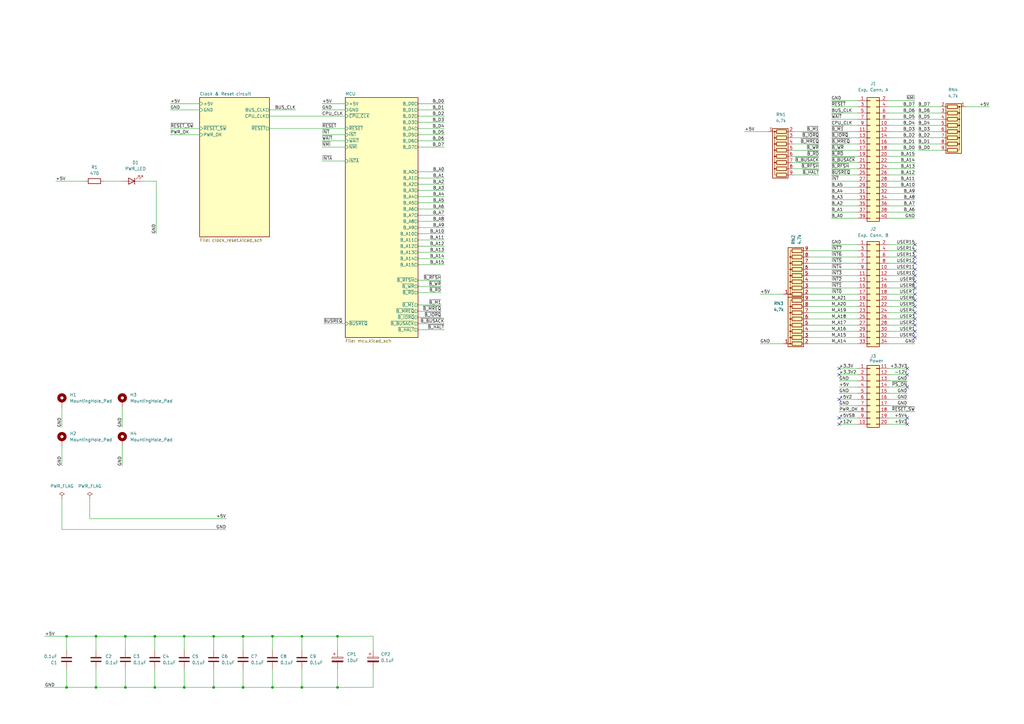
<source format=kicad_sch>
(kicad_sch (version 20230121) (generator eeschema)
  (paper "A3")
  (title_block (title "Even simpler Z80 board") (date "2023-09-05") (rev "1.2"))
  (lib_symbols
    (symbol "Connector_Generic:Conn_02x10_Top_Bottom" (pin_names (offset 1.016) hide)
      (property "Reference" "J" (at 1.27 12.7 0))
      (property "Value" "Conn_02x10_Top_Bottom" (at 1.27 -15.24 0))
      (symbol "Conn_02x10_Top_Bottom_1_1"
        (rectangle (start -1.27 -12.573) (end 0 -12.827) (stroke (width 0.1524)))
        (rectangle (start -1.27 -10.033) (end 0 -10.287) (stroke (width 0.1524)))
        (rectangle (start -1.27 -7.493) (end 0 -7.747) (stroke (width 0.1524)))
        (rectangle (start -1.27 -4.953) (end 0 -5.207) (stroke (width 0.1524)))
        (rectangle (start -1.27 -2.413) (end 0 -2.667) (stroke (width 0.1524)))
        (rectangle (start -1.27 0.127) (end 0 -0.127) (stroke (width 0.1524)))
        (rectangle (start -1.27 2.667) (end 0 2.413) (stroke (width 0.1524)))
        (rectangle (start -1.27 5.207) (end 0 4.953) (stroke (width 0.1524)))
        (rectangle (start -1.27 7.747) (end 0 7.493) (stroke (width 0.1524)))
        (rectangle (start -1.27 10.287) (end 0 10.033) (stroke (width 0.1524)))
        (rectangle (start -1.27 11.43) (end 3.81 -13.97) (stroke (width 0.254)) (fill (type background)))
        (rectangle (start 3.81 -12.573) (end 2.54 -12.827) (stroke (width 0.1524)))
        (rectangle (start 3.81 -10.033) (end 2.54 -10.287) (stroke (width 0.1524)))
        (rectangle (start 3.81 -7.493) (end 2.54 -7.747) (stroke (width 0.1524)))
        (rectangle (start 3.81 -4.953) (end 2.54 -5.207) (stroke (width 0.1524)))
        (rectangle (start 3.81 -2.413) (end 2.54 -2.667) (stroke (width 0.1524)))
        (rectangle (start 3.81 0.127) (end 2.54 -0.127) (stroke (width 0.1524)))
        (rectangle (start 3.81 2.667) (end 2.54 2.413) (stroke (width 0.1524)))
        (rectangle (start 3.81 5.207) (end 2.54 4.953) (stroke (width 0.1524)))
        (rectangle (start 3.81 7.747) (end 2.54 7.493) (stroke (width 0.1524)))
        (rectangle (start 3.81 10.287) (end 2.54 10.033) (stroke (width 0.1524)))
        (pin passive line (at -5.08 10.16 0) (length 3.81) (name "Pin_1") (number "1"))
        (pin passive line (at -5.08 -12.7 0) (length 3.81) (name "Pin_10") (number "10"))
        (pin passive line (at 7.62 10.16 180) (length 3.81) (name "Pin_11") (number "11"))
        (pin passive line (at 7.62 7.62 180) (length 3.81) (name "Pin_12") (number "12"))
        (pin passive line (at 7.62 5.08 180) (length 3.81) (name "Pin_13") (number "13"))
        (pin passive line (at 7.62 2.54 180) (length 3.81) (name "Pin_14") (number "14"))
        (pin passive line (at 7.62 0 180) (length 3.81) (name "Pin_15") (number "15"))
        (pin passive line (at 7.62 -2.54 180) (length 3.81) (name "Pin_16") (number "16"))
        (pin passive line (at 7.62 -5.08 180) (length 3.81) (name "Pin_17") (number "17"))
        (pin passive line (at 7.62 -7.62 180) (length 3.81) (name "Pin_18") (number "18"))
        (pin passive line (at 7.62 -10.16 180) (length 3.81) (name "Pin_19") (number "19"))
        (pin passive line (at -5.08 7.62 0) (length 3.81) (name "Pin_2") (number "2"))
        (pin passive line (at 7.62 -12.7 180) (length 3.81) (name "Pin_20") (number "20"))
        (pin passive line (at -5.08 5.08 0) (length 3.81) (name "Pin_3") (number "3"))
        (pin passive line (at -5.08 2.54 0) (length 3.81) (name "Pin_4") (number "4"))
        (pin passive line (at -5.08 0 0) (length 3.81) (name "Pin_5") (number "5"))
        (pin passive line (at -5.08 -2.54 0) (length 3.81) (name "Pin_6") (number "6"))
        (pin passive line (at -5.08 -5.08 0) (length 3.81) (name "Pin_7") (number "7"))
        (pin passive line (at -5.08 -7.62 0) (length 3.81) (name "Pin_8") (number "8"))
        (pin passive line (at -5.08 -10.16 0) (length 3.81) (name "Pin_9") (number "9"))
      )
    )
    (symbol "Connector_Generic:Conn_02x17_Odd_Even" (pin_names (offset 1.016) hide)
      (property "Reference" "J" (at 1.27 22.86 0))
      (property "Value" "Conn_02x17_Odd_Even" (at 1.27 -22.86 0))
      (symbol "Conn_02x17_Odd_Even_1_1"
        (rectangle (start -1.27 -20.193) (end 0 -20.447) (stroke (width 0.1524)))
        (rectangle (start -1.27 -17.653) (end 0 -17.907) (stroke (width 0.1524)))
        (rectangle (start -1.27 -15.113) (end 0 -15.367) (stroke (width 0.1524)))
        (rectangle (start -1.27 -12.573) (end 0 -12.827) (stroke (width 0.1524)))
        (rectangle (start -1.27 -10.033) (end 0 -10.287) (stroke (width 0.1524)))
        (rectangle (start -1.27 -7.493) (end 0 -7.747) (stroke (width 0.1524)))
        (rectangle (start -1.27 -4.953) (end 0 -5.207) (stroke (width 0.1524)))
        (rectangle (start -1.27 -2.413) (end 0 -2.667) (stroke (width 0.1524)))
        (rectangle (start -1.27 0.127) (end 0 -0.127) (stroke (width 0.1524)))
        (rectangle (start -1.27 2.667) (end 0 2.413) (stroke (width 0.1524)))
        (rectangle (start -1.27 5.207) (end 0 4.953) (stroke (width 0.1524)))
        (rectangle (start -1.27 7.747) (end 0 7.493) (stroke (width 0.1524)))
        (rectangle (start -1.27 10.287) (end 0 10.033) (stroke (width 0.1524)))
        (rectangle (start -1.27 12.827) (end 0 12.573) (stroke (width 0.1524)))
        (rectangle (start -1.27 15.367) (end 0 15.113) (stroke (width 0.1524)))
        (rectangle (start -1.27 17.907) (end 0 17.653) (stroke (width 0.1524)))
        (rectangle (start -1.27 20.447) (end 0 20.193) (stroke (width 0.1524)))
        (rectangle (start -1.27 21.59) (end 3.81 -21.59) (stroke (width 0.254)) (fill (type background)))
        (rectangle (start 3.81 -20.193) (end 2.54 -20.447) (stroke (width 0.1524)))
        (rectangle (start 3.81 -17.653) (end 2.54 -17.907) (stroke (width 0.1524)))
        (rectangle (start 3.81 -15.113) (end 2.54 -15.367) (stroke (width 0.1524)))
        (rectangle (start 3.81 -12.573) (end 2.54 -12.827) (stroke (width 0.1524)))
        (rectangle (start 3.81 -10.033) (end 2.54 -10.287) (stroke (width 0.1524)))
        (rectangle (start 3.81 -7.493) (end 2.54 -7.747) (stroke (width 0.1524)))
        (rectangle (start 3.81 -4.953) (end 2.54 -5.207) (stroke (width 0.1524)))
        (rectangle (start 3.81 -2.413) (end 2.54 -2.667) (stroke (width 0.1524)))
        (rectangle (start 3.81 0.127) (end 2.54 -0.127) (stroke (width 0.1524)))
        (rectangle (start 3.81 2.667) (end 2.54 2.413) (stroke (width 0.1524)))
        (rectangle (start 3.81 5.207) (end 2.54 4.953) (stroke (width 0.1524)))
        (rectangle (start 3.81 7.747) (end 2.54 7.493) (stroke (width 0.1524)))
        (rectangle (start 3.81 10.287) (end 2.54 10.033) (stroke (width 0.1524)))
        (rectangle (start 3.81 12.827) (end 2.54 12.573) (stroke (width 0.1524)))
        (rectangle (start 3.81 15.367) (end 2.54 15.113) (stroke (width 0.1524)))
        (rectangle (start 3.81 17.907) (end 2.54 17.653) (stroke (width 0.1524)))
        (rectangle (start 3.81 20.447) (end 2.54 20.193) (stroke (width 0.1524)))
        (pin passive line (at -5.08 20.32 0) (length 3.81) (name "Pin_1") (number "1"))
        (pin passive line (at 7.62 10.16 180) (length 3.81) (name "Pin_10") (number "10"))
        (pin passive line (at -5.08 7.62 0) (length 3.81) (name "Pin_11") (number "11"))
        (pin passive line (at 7.62 7.62 180) (length 3.81) (name "Pin_12") (number "12"))
        (pin passive line (at -5.08 5.08 0) (length 3.81) (name "Pin_13") (number "13"))
        (pin passive line (at 7.62 5.08 180) (length 3.81) (name "Pin_14") (number "14"))
        (pin passive line (at -5.08 2.54 0) (length 3.81) (name "Pin_15") (number "15"))
        (pin passive line (at 7.62 2.54 180) (length 3.81) (name "Pin_16") (number "16"))
        (pin passive line (at -5.08 0 0) (length 3.81) (name "Pin_17") (number "17"))
        (pin passive line (at 7.62 0 180) (length 3.81) (name "Pin_18") (number "18"))
        (pin passive line (at -5.08 -2.54 0) (length 3.81) (name "Pin_19") (number "19"))
        (pin passive line (at 7.62 20.32 180) (length 3.81) (name "Pin_2") (number "2"))
        (pin passive line (at 7.62 -2.54 180) (length 3.81) (name "Pin_20") (number "20"))
        (pin passive line (at -5.08 -5.08 0) (length 3.81) (name "Pin_21") (number "21"))
        (pin passive line (at 7.62 -5.08 180) (length 3.81) (name "Pin_22") (number "22"))
        (pin passive line (at -5.08 -7.62 0) (length 3.81) (name "Pin_23") (number "23"))
        (pin passive line (at 7.62 -7.62 180) (length 3.81) (name "Pin_24") (number "24"))
        (pin passive line (at -5.08 -10.16 0) (length 3.81) (name "Pin_25") (number "25"))
        (pin passive line (at 7.62 -10.16 180) (length 3.81) (name "Pin_26") (number "26"))
        (pin passive line (at -5.08 -12.7 0) (length 3.81) (name "Pin_27") (number "27"))
        (pin passive line (at 7.62 -12.7 180) (length 3.81) (name "Pin_28") (number "28"))
        (pin passive line (at -5.08 -15.24 0) (length 3.81) (name "Pin_29") (number "29"))
        (pin passive line (at -5.08 17.78 0) (length 3.81) (name "Pin_3") (number "3"))
        (pin passive line (at 7.62 -15.24 180) (length 3.81) (name "Pin_30") (number "30"))
        (pin passive line (at -5.08 -17.78 0) (length 3.81) (name "Pin_31") (number "31"))
        (pin passive line (at 7.62 -17.78 180) (length 3.81) (name "Pin_32") (number "32"))
        (pin passive line (at -5.08 -20.32 0) (length 3.81) (name "Pin_33") (number "33"))
        (pin passive line (at 7.62 -20.32 180) (length 3.81) (name "Pin_34") (number "34"))
        (pin passive line (at 7.62 17.78 180) (length 3.81) (name "Pin_4") (number "4"))
        (pin passive line (at -5.08 15.24 0) (length 3.81) (name "Pin_5") (number "5"))
        (pin passive line (at 7.62 15.24 180) (length 3.81) (name "Pin_6") (number "6"))
        (pin passive line (at -5.08 12.7 0) (length 3.81) (name "Pin_7") (number "7"))
        (pin passive line (at 7.62 12.7 180) (length 3.81) (name "Pin_8") (number "8"))
        (pin passive line (at -5.08 10.16 0) (length 3.81) (name "Pin_9") (number "9"))
      )
    )
    (symbol "Connector_Generic:Conn_02x20_Odd_Even" (pin_names (offset 1.016) hide)
      (property "Reference" "J" (at 1.27 25.4 0))
      (property "Value" "Conn_02x20_Odd_Even" (at 1.27 -27.94 0))
      (symbol "Conn_02x20_Odd_Even_1_1"
        (rectangle (start -1.27 -25.273) (end 0 -25.527) (stroke (width 0.1524)))
        (rectangle (start -1.27 -22.733) (end 0 -22.987) (stroke (width 0.1524)))
        (rectangle (start -1.27 -20.193) (end 0 -20.447) (stroke (width 0.1524)))
        (rectangle (start -1.27 -17.653) (end 0 -17.907) (stroke (width 0.1524)))
        (rectangle (start -1.27 -15.113) (end 0 -15.367) (stroke (width 0.1524)))
        (rectangle (start -1.27 -12.573) (end 0 -12.827) (stroke (width 0.1524)))
        (rectangle (start -1.27 -10.033) (end 0 -10.287) (stroke (width 0.1524)))
        (rectangle (start -1.27 -7.493) (end 0 -7.747) (stroke (width 0.1524)))
        (rectangle (start -1.27 -4.953) (end 0 -5.207) (stroke (width 0.1524)))
        (rectangle (start -1.27 -2.413) (end 0 -2.667) (stroke (width 0.1524)))
        (rectangle (start -1.27 0.127) (end 0 -0.127) (stroke (width 0.1524)))
        (rectangle (start -1.27 2.667) (end 0 2.413) (stroke (width 0.1524)))
        (rectangle (start -1.27 5.207) (end 0 4.953) (stroke (width 0.1524)))
        (rectangle (start -1.27 7.747) (end 0 7.493) (stroke (width 0.1524)))
        (rectangle (start -1.27 10.287) (end 0 10.033) (stroke (width 0.1524)))
        (rectangle (start -1.27 12.827) (end 0 12.573) (stroke (width 0.1524)))
        (rectangle (start -1.27 15.367) (end 0 15.113) (stroke (width 0.1524)))
        (rectangle (start -1.27 17.907) (end 0 17.653) (stroke (width 0.1524)))
        (rectangle (start -1.27 20.447) (end 0 20.193) (stroke (width 0.1524)))
        (rectangle (start -1.27 22.987) (end 0 22.733) (stroke (width 0.1524)))
        (rectangle (start -1.27 24.13) (end 3.81 -26.67) (stroke (width 0.254)) (fill (type background)))
        (rectangle (start 3.81 -25.273) (end 2.54 -25.527) (stroke (width 0.1524)))
        (rectangle (start 3.81 -22.733) (end 2.54 -22.987) (stroke (width 0.1524)))
        (rectangle (start 3.81 -20.193) (end 2.54 -20.447) (stroke (width 0.1524)))
        (rectangle (start 3.81 -17.653) (end 2.54 -17.907) (stroke (width 0.1524)))
        (rectangle (start 3.81 -15.113) (end 2.54 -15.367) (stroke (width 0.1524)))
        (rectangle (start 3.81 -12.573) (end 2.54 -12.827) (stroke (width 0.1524)))
        (rectangle (start 3.81 -10.033) (end 2.54 -10.287) (stroke (width 0.1524)))
        (rectangle (start 3.81 -7.493) (end 2.54 -7.747) (stroke (width 0.1524)))
        (rectangle (start 3.81 -4.953) (end 2.54 -5.207) (stroke (width 0.1524)))
        (rectangle (start 3.81 -2.413) (end 2.54 -2.667) (stroke (width 0.1524)))
        (rectangle (start 3.81 0.127) (end 2.54 -0.127) (stroke (width 0.1524)))
        (rectangle (start 3.81 2.667) (end 2.54 2.413) (stroke (width 0.1524)))
        (rectangle (start 3.81 5.207) (end 2.54 4.953) (stroke (width 0.1524)))
        (rectangle (start 3.81 7.747) (end 2.54 7.493) (stroke (width 0.1524)))
        (rectangle (start 3.81 10.287) (end 2.54 10.033) (stroke (width 0.1524)))
        (rectangle (start 3.81 12.827) (end 2.54 12.573) (stroke (width 0.1524)))
        (rectangle (start 3.81 15.367) (end 2.54 15.113) (stroke (width 0.1524)))
        (rectangle (start 3.81 17.907) (end 2.54 17.653) (stroke (width 0.1524)))
        (rectangle (start 3.81 20.447) (end 2.54 20.193) (stroke (width 0.1524)))
        (rectangle (start 3.81 22.987) (end 2.54 22.733) (stroke (width 0.1524)))
        (pin passive line (at -5.08 22.86 0) (length 3.81) (name "Pin_1") (number "1"))
        (pin passive line (at 7.62 12.7 180) (length 3.81) (name "Pin_10") (number "10"))
        (pin passive line (at -5.08 10.16 0) (length 3.81) (name "Pin_11") (number "11"))
        (pin passive line (at 7.62 10.16 180) (length 3.81) (name "Pin_12") (number "12"))
        (pin passive line (at -5.08 7.62 0) (length 3.81) (name "Pin_13") (number "13"))
        (pin passive line (at 7.62 7.62 180) (length 3.81) (name "Pin_14") (number "14"))
        (pin passive line (at -5.08 5.08 0) (length 3.81) (name "Pin_15") (number "15"))
        (pin passive line (at 7.62 5.08 180) (length 3.81) (name "Pin_16") (number "16"))
        (pin passive line (at -5.08 2.54 0) (length 3.81) (name "Pin_17") (number "17"))
        (pin passive line (at 7.62 2.54 180) (length 3.81) (name "Pin_18") (number "18"))
        (pin passive line (at -5.08 0 0) (length 3.81) (name "Pin_19") (number "19"))
        (pin passive line (at 7.62 22.86 180) (length 3.81) (name "Pin_2") (number "2"))
        (pin passive line (at 7.62 0 180) (length 3.81) (name "Pin_20") (number "20"))
        (pin passive line (at -5.08 -2.54 0) (length 3.81) (name "Pin_21") (number "21"))
        (pin passive line (at 7.62 -2.54 180) (length 3.81) (name "Pin_22") (number "22"))
        (pin passive line (at -5.08 -5.08 0) (length 3.81) (name "Pin_23") (number "23"))
        (pin passive line (at 7.62 -5.08 180) (length 3.81) (name "Pin_24") (number "24"))
        (pin passive line (at -5.08 -7.62 0) (length 3.81) (name "Pin_25") (number "25"))
        (pin passive line (at 7.62 -7.62 180) (length 3.81) (name "Pin_26") (number "26"))
        (pin passive line (at -5.08 -10.16 0) (length 3.81) (name "Pin_27") (number "27"))
        (pin passive line (at 7.62 -10.16 180) (length 3.81) (name "Pin_28") (number "28"))
        (pin passive line (at -5.08 -12.7 0) (length 3.81) (name "Pin_29") (number "29"))
        (pin passive line (at -5.08 20.32 0) (length 3.81) (name "Pin_3") (number "3"))
        (pin passive line (at 7.62 -12.7 180) (length 3.81) (name "Pin_30") (number "30"))
        (pin passive line (at -5.08 -15.24 0) (length 3.81) (name "Pin_31") (number "31"))
        (pin passive line (at 7.62 -15.24 180) (length 3.81) (name "Pin_32") (number "32"))
        (pin passive line (at -5.08 -17.78 0) (length 3.81) (name "Pin_33") (number "33"))
        (pin passive line (at 7.62 -17.78 180) (length 3.81) (name "Pin_34") (number "34"))
        (pin passive line (at -5.08 -20.32 0) (length 3.81) (name "Pin_35") (number "35"))
        (pin passive line (at 7.62 -20.32 180) (length 3.81) (name "Pin_36") (number "36"))
        (pin passive line (at -5.08 -22.86 0) (length 3.81) (name "Pin_37") (number "37"))
        (pin passive line (at 7.62 -22.86 180) (length 3.81) (name "Pin_38") (number "38"))
        (pin passive line (at -5.08 -25.4 0) (length 3.81) (name "Pin_39") (number "39"))
        (pin passive line (at 7.62 20.32 180) (length 3.81) (name "Pin_4") (number "4"))
        (pin passive line (at 7.62 -25.4 180) (length 3.81) (name "Pin_40") (number "40"))
        (pin passive line (at -5.08 17.78 0) (length 3.81) (name "Pin_5") (number "5"))
        (pin passive line (at 7.62 17.78 180) (length 3.81) (name "Pin_6") (number "6"))
        (pin passive line (at -5.08 15.24 0) (length 3.81) (name "Pin_7") (number "7"))
        (pin passive line (at 7.62 15.24 180) (length 3.81) (name "Pin_8") (number "8"))
        (pin passive line (at -5.08 12.7 0) (length 3.81) (name "Pin_9") (number "9"))
      )
    )
    (symbol "Device:C" (pin_numbers hide) (pin_names (offset 0.254))
      (property "Reference" "C" (at 0.635 2.54 0))
      (property "Value" "C" (at 0.635 -2.54 0))
      (symbol "C_0_1"
        (polyline (pts (xy -2.032 -0.762) (xy 2.032 -0.762)) (stroke (width 0.508)))
        (polyline (pts (xy -2.032 0.762) (xy 2.032 0.762)) (stroke (width 0.508)))
      )
      (symbol "C_1_1"
        (pin passive line (at 0 3.81 270) (length 2.794) (name "~") (number "1"))
        (pin passive line (at 0 -3.81 90) (length 2.794) (name "~") (number "2"))
      )
    )
    (symbol "Device:C_Polarized" (pin_numbers hide) (pin_names (offset 0.254))
      (property "Reference" "C" (at 0.635 2.54 0))
      (property "Value" "C_Polarized" (at 0.635 -2.54 0))
      (symbol "C_Polarized_0_1"
        (rectangle (start -2.286 0.508) (end 2.286 1.016))
        (polyline (pts (xy -1.778 2.286) (xy -0.762 2.286)))
        (polyline (pts (xy -1.27 2.794) (xy -1.27 1.778)))
        (rectangle (start 2.286 -0.508) (end -2.286 -1.016) (fill (type outline)))
      )
      (symbol "C_Polarized_1_1"
        (pin passive line (at 0 3.81 270) (length 2.794) (name "~") (number "1"))
        (pin passive line (at 0 -3.81 90) (length 2.794) (name "~") (number "2"))
      )
    )
    (symbol "Device:LED" (pin_numbers hide) (pin_names (offset 1.016) hide)
      (property "Reference" "D" (at 0 2.54 0))
      (property "Value" "LED" (at 0 -2.54 0))
      (symbol "LED_0_1"
        (polyline (pts (xy -1.27 -1.27) (xy -1.27 1.27)) (stroke (width 0.254)))
        (polyline (pts (xy -1.27 0) (xy 1.27 0)))
        (polyline (pts (xy 1.27 -1.27) (xy 1.27 1.27) (xy -1.27 0) (xy 1.27 -1.27)) (stroke (width 0.254)))
        (polyline (pts (xy -3.048 -0.762) (xy -4.572 -2.286) (xy -3.81 -2.286) (xy -4.572 -2.286) (xy -4.572 -1.524)))
        (polyline (pts (xy -1.778 -0.762) (xy -3.302 -2.286) (xy -2.54 -2.286) (xy -3.302 -2.286) (xy -3.302 -1.524)))
      )
      (symbol "LED_1_1"
        (pin passive line (at -3.81 0 0) (length 2.54) (name "K") (number "1"))
        (pin passive line (at 3.81 0 180) (length 2.54) (name "A") (number "2"))
      )
    )
    (symbol "Device:R" (pin_numbers hide) (pin_names (offset 0))
      (property "Reference" "R" (at 2.032 0 90))
      (property "Value" "R" (at 0 0 90))
      (symbol "R_0_1"
        (rectangle (start -1.016 -2.54) (end 1.016 2.54) (stroke (width 0.254)))
      )
      (symbol "R_1_1"
        (pin passive line (at 0 3.81 270) (length 1.27) (name "~") (number "1"))
        (pin passive line (at 0 -3.81 90) (length 1.27) (name "~") (number "2"))
      )
    )
    (symbol "Device:R_Network08" (pin_names (offset 0) hide)
      (property "Reference" "RN" (at -12.7 0 90))
      (property "Value" "R_Network08" (at 10.16 0 90))
      (symbol "R_Network08_0_1"
        (rectangle (start -11.43 -3.175) (end 8.89 3.175) (stroke (width 0.254)) (fill (type background)))
        (rectangle (start -10.922 1.524) (end -9.398 -2.54) (stroke (width 0.254)))
        (circle (center -10.16 2.286) (radius 0.254) (fill (type outline)))
        (rectangle (start -8.382 1.524) (end -6.858 -2.54) (stroke (width 0.254)))
        (circle (center -7.62 2.286) (radius 0.254) (fill (type outline)))
        (rectangle (start -5.842 1.524) (end -4.318 -2.54) (stroke (width 0.254)))
        (circle (center -5.08 2.286) (radius 0.254) (fill (type outline)))
        (rectangle (start -3.302 1.524) (end -1.778 -2.54) (stroke (width 0.254)))
        (circle (center -2.54 2.286) (radius 0.254) (fill (type outline)))
        (rectangle (start -0.762 1.524) (end 0.762 -2.54) (stroke (width 0.254)))
        (polyline (pts (xy -10.16 -2.54) (xy -10.16 -3.81)))
        (polyline (pts (xy -7.62 -2.54) (xy -7.62 -3.81)))
        (polyline (pts (xy -5.08 -2.54) (xy -5.08 -3.81)))
        (polyline (pts (xy -2.54 -2.54) (xy -2.54 -3.81)))
        (polyline (pts (xy 0 -2.54) (xy 0 -3.81)))
        (polyline (pts (xy 2.54 -2.54) (xy 2.54 -3.81)))
        (polyline (pts (xy 5.08 -2.54) (xy 5.08 -3.81)))
        (polyline (pts (xy 7.62 -2.54) (xy 7.62 -3.81)))
        (polyline (pts (xy -10.16 1.524) (xy -10.16 2.286) (xy -7.62 2.286) (xy -7.62 1.524)))
        (polyline (pts (xy -7.62 1.524) (xy -7.62 2.286) (xy -5.08 2.286) (xy -5.08 1.524)))
        (polyline (pts (xy -5.08 1.524) (xy -5.08 2.286) (xy -2.54 2.286) (xy -2.54 1.524)))
        (polyline (pts (xy -2.54 1.524) (xy -2.54 2.286) (xy 0 2.286) (xy 0 1.524)))
        (polyline (pts (xy 0 1.524) (xy 0 2.286) (xy 2.54 2.286) (xy 2.54 1.524)))
        (polyline (pts (xy 2.54 1.524) (xy 2.54 2.286) (xy 5.08 2.286) (xy 5.08 1.524)))
        (polyline (pts (xy 5.08 1.524) (xy 5.08 2.286) (xy 7.62 2.286) (xy 7.62 1.524)))
        (circle (center 0 2.286) (radius 0.254) (fill (type outline)))
        (rectangle (start 1.778 1.524) (end 3.302 -2.54) (stroke (width 0.254)))
        (circle (center 2.54 2.286) (radius 0.254) (fill (type outline)))
        (rectangle (start 4.318 1.524) (end 5.842 -2.54) (stroke (width 0.254)))
        (circle (center 5.08 2.286) (radius 0.254) (fill (type outline)))
        (rectangle (start 6.858 1.524) (end 8.382 -2.54) (stroke (width 0.254)))
      )
      (symbol "R_Network08_1_1"
        (pin passive line (at -10.16 5.08 270) (length 2.54) (name "common") (number "1"))
        (pin passive line (at -10.16 -5.08 90) (length 1.27) (name "R1") (number "2"))
        (pin passive line (at -7.62 -5.08 90) (length 1.27) (name "R2") (number "3"))
        (pin passive line (at -5.08 -5.08 90) (length 1.27) (name "R3") (number "4"))
        (pin passive line (at -2.54 -5.08 90) (length 1.27) (name "R4") (number "5"))
        (pin passive line (at 0 -5.08 90) (length 1.27) (name "R5") (number "6"))
        (pin passive line (at 2.54 -5.08 90) (length 1.27) (name "R6") (number "7"))
        (pin passive line (at 5.08 -5.08 90) (length 1.27) (name "R7") (number "8"))
        (pin passive line (at 7.62 -5.08 90) (length 1.27) (name "R8") (number "9"))
      )
    )
    (symbol "Mechanical:MountingHole_Pad" (pin_numbers hide) (pin_names (offset 1.016) hide)
      (property "Reference" "H" (at 0 6.35 0))
      (property "Value" "MountingHole_Pad" (at 0 4.445 0))
      (symbol "MountingHole_Pad_0_1"
        (circle (center 0 1.27) (radius 1.27) (stroke (width 1.27)))
      )
      (symbol "MountingHole_Pad_1_1"
        (pin input line (at 0 -2.54 90) (length 2.54) (name "1") (number "1"))
      )
    )
    (symbol "power:PWR_FLAG" (power) (pin_numbers hide) (pin_names (offset 0) hide)
      (property "Value" "PWR_FLAG" (at 0 3.81 0))
      (symbol "PWR_FLAG_0_0"
        (pin power_out line (at 0 0 90) (length 0) (name "pwr") (number "1"))
      )
      (symbol "PWR_FLAG_0_1"
        (polyline (pts (xy 0 0) (xy 0 1.27) (xy -1.016 1.905) (xy 0 2.54) (xy 1.016 1.905) (xy 0 1.27)))
      )
    )
  )
  (junction (at 87.63 260.985))
  (junction (at 75.565 260.985))
  (junction (at 51.435 281.94))
  (junction (at 99.695 260.985))
  (junction (at 87.63 281.94))
  (junction (at 51.435 260.985))
  (junction (at 111.76 260.985))
  (junction (at 99.695 281.94))
  (junction (at 75.565 281.94))
  (junction (at 123.825 281.94))
  (junction (at 63.5 281.94))
  (junction (at 111.76 281.94))
  (junction (at 39.37 260.985))
  (junction (at 123.825 260.985))
  (junction (at 27.305 260.985))
  (junction (at 27.305 281.94))
  (junction (at 138.43 281.94))
  (junction (at 39.37 281.94))
  (junction (at 63.5 260.985))
  (junction (at 138.43 260.985))
  (no_connect (at 344.17 151.13))
  (no_connect (at 344.17 171.45))
  (no_connect (at 375.285 133.35))
  (no_connect (at 375.285 115.57))
  (no_connect (at 375.285 128.27))
  (no_connect (at 375.285 135.89))
  (no_connect (at 375.285 123.19))
  (no_connect (at 375.285 110.49))
  (no_connect (at 375.285 107.95))
  (no_connect (at 344.17 153.67))
  (no_connect (at 375.285 113.03))
  (no_connect (at 372.11 158.75))
  (no_connect (at 375.285 102.87))
  (no_connect (at 375.285 120.65))
  (no_connect (at 372.11 153.67))
  (no_connect (at 375.285 138.43))
  (no_connect (at 375.285 118.11))
  (no_connect (at 344.17 173.99))
  (no_connect (at 375.285 105.41))
  (no_connect (at 344.17 163.83))
  (no_connect (at 375.285 130.81))
  (no_connect (at 372.11 171.45))
  (no_connect (at 375.285 100.33))
  (no_connect (at 372.11 151.13))
  (no_connect (at 372.11 173.99))
  (no_connect (at 375.285 125.73))
  (wire (pts (xy 375.285 56.515) (xy 364.49 56.515)))
  (wire (pts (xy 182.245 135.255) (xy 171.45 135.255)))
  (wire (pts (xy 364.49 123.19) (xy 375.285 123.19)))
  (wire (pts (xy 25.4 204.47) (xy 25.4 217.17)))
  (wire (pts (xy 42.545 74.295) (xy 50.165 74.295)))
  (wire (pts (xy 331.47 105.41) (xy 351.79 105.41)))
  (wire (pts (xy 405.765 43.815) (xy 396.24 43.815)))
  (wire (pts (xy 123.825 274.32) (xy 123.825 281.94)))
  (wire (pts (xy 331.47 107.95) (xy 351.79 107.95)))
  (wire (pts (xy 69.85 52.705) (xy 81.915 52.705)))
  (wire (pts (xy 340.995 56.515) (xy 351.79 56.515)))
  (wire (pts (xy 335.915 66.675) (xy 325.12 66.675)))
  (wire (pts (xy 372.11 151.13) (xy 364.49 151.13)))
  (wire (pts (xy 340.995 66.675) (xy 351.79 66.675)))
  (wire (pts (xy 364.49 110.49) (xy 375.285 110.49)))
  (wire (pts (xy 121.285 45.085) (xy 110.49 45.085)))
  (wire (pts (xy 321.31 140.97) (xy 311.785 140.97)))
  (wire (pts (xy 50.165 167.005) (xy 50.165 175.26)))
  (wire (pts (xy 182.245 106.045) (xy 171.45 106.045)))
  (wire (pts (xy 344.17 173.99) (xy 351.79 173.99)))
  (wire (pts (xy 372.11 171.45) (xy 364.49 171.45)))
  (wire (pts (xy 386.08 51.435) (xy 376.555 51.435)))
  (wire (pts (xy 182.245 132.715) (xy 171.45 132.715)))
  (wire (pts (xy 331.47 133.35) (xy 351.79 133.35)))
  (wire (pts (xy 331.47 120.65) (xy 351.79 120.65)))
  (wire (pts (xy 51.435 266.7) (xy 51.435 260.985)))
  (wire (pts (xy 182.245 90.805) (xy 171.45 90.805)))
  (wire (pts (xy 375.285 61.595) (xy 364.49 61.595)))
  (wire (pts (xy 138.43 260.985) (xy 138.43 266.7)))
  (wire (pts (xy 182.245 47.625) (xy 171.45 47.625)))
  (wire (pts (xy 182.245 98.425) (xy 171.45 98.425)))
  (wire (pts (xy 63.5 260.985) (xy 75.565 260.985)))
  (wire (pts (xy 364.49 125.73) (xy 375.285 125.73)))
  (wire (pts (xy 340.995 89.535) (xy 351.79 89.535)))
  (wire (pts (xy 375.285 140.97) (xy 364.49 140.97)))
  (wire (pts (xy 375.285 71.755) (xy 364.49 71.755)))
  (wire (pts (xy 335.915 59.055) (xy 325.12 59.055)))
  (wire (pts (xy 182.245 50.165) (xy 171.45 50.165)))
  (wire (pts (xy 39.37 260.985) (xy 51.435 260.985)))
  (wire (pts (xy 27.305 274.32) (xy 27.305 281.94)))
  (wire (pts (xy 180.975 127.635) (xy 171.45 127.635)))
  (wire (pts (xy 132.08 42.545) (xy 141.605 42.545)))
  (wire (pts (xy 375.285 76.835) (xy 364.49 76.835)))
  (wire (pts (xy 25.4 182.88) (xy 25.4 191.135)))
  (wire (pts (xy 364.49 120.65) (xy 375.285 120.65)))
  (wire (pts (xy 340.995 61.595) (xy 351.79 61.595)))
  (wire (pts (xy 138.43 281.94) (xy 138.43 274.32)))
  (wire (pts (xy 344.17 166.37) (xy 351.79 166.37)))
  (wire (pts (xy 375.285 81.915) (xy 364.49 81.915)))
  (wire (pts (xy 132.08 66.04) (xy 141.605 66.04)))
  (wire (pts (xy 372.11 166.37) (xy 364.49 166.37)))
  (wire (pts (xy 364.49 107.95) (xy 375.285 107.95)))
  (wire (pts (xy 344.17 158.75) (xy 351.79 158.75)))
  (wire (pts (xy 375.285 74.295) (xy 364.49 74.295)))
  (wire (pts (xy 182.245 103.505) (xy 171.45 103.505)))
  (wire (pts (xy 132.08 55.245) (xy 141.605 55.245)))
  (wire (pts (xy 340.995 74.295) (xy 351.79 74.295)))
  (wire (pts (xy 182.245 78.105) (xy 171.45 78.105)))
  (wire (pts (xy 335.915 53.975) (xy 325.12 53.975)))
  (wire (pts (xy 375.285 69.215) (xy 364.49 69.215)))
  (wire (pts (xy 375.285 135.89) (xy 364.49 135.89)))
  (wire (pts (xy 375.285 43.815) (xy 364.49 43.815)))
  (wire (pts (xy 340.995 64.135) (xy 351.79 64.135)))
  (wire (pts (xy 87.63 266.7) (xy 87.63 260.985)))
  (wire (pts (xy 99.695 266.7) (xy 99.695 260.985)))
  (wire (pts (xy 335.915 71.755) (xy 325.12 71.755)))
  (wire (pts (xy 111.76 281.94) (xy 123.825 281.94)))
  (wire (pts (xy 375.285 53.975) (xy 364.49 53.975)))
  (wire (pts (xy 375.285 66.675) (xy 364.49 66.675)))
  (wire (pts (xy 51.435 260.985) (xy 63.5 260.985)))
  (wire (pts (xy 372.11 156.21) (xy 364.49 156.21)))
  (wire (pts (xy 25.4 217.17) (xy 92.71 217.17)))
  (wire (pts (xy 36.83 212.725) (xy 92.71 212.725)))
  (wire (pts (xy 182.245 108.585) (xy 171.45 108.585)))
  (wire (pts (xy 372.11 153.67) (xy 364.49 153.67)))
  (wire (pts (xy 344.17 153.67) (xy 351.79 153.67)))
  (wire (pts (xy 340.995 48.895) (xy 351.79 48.895)))
  (wire (pts (xy 375.285 79.375) (xy 364.49 79.375)))
  (wire (pts (xy 364.49 102.87) (xy 375.285 102.87)))
  (wire (pts (xy 123.825 266.7) (xy 123.825 260.985)))
  (wire (pts (xy 180.975 120.015) (xy 171.45 120.015)))
  (wire (pts (xy 340.995 69.215) (xy 351.79 69.215)))
  (wire (pts (xy 340.995 79.375) (xy 351.79 79.375)))
  (wire (pts (xy 27.305 281.94) (xy 39.37 281.94)))
  (wire (pts (xy 25.4 167.005) (xy 25.4 175.26)))
  (wire (pts (xy 340.995 59.055) (xy 351.79 59.055)))
  (wire (pts (xy 331.47 113.03) (xy 351.79 113.03)))
  (wire (pts (xy 311.785 120.65) (xy 321.31 120.65)))
  (wire (pts (xy 331.47 102.87) (xy 351.79 102.87)))
  (wire (pts (xy 340.995 46.355) (xy 351.79 46.355)))
  (wire (pts (xy 111.76 260.985) (xy 123.825 260.985)))
  (wire (pts (xy 110.49 47.625) (xy 141.605 47.625)))
  (wire (pts (xy 182.245 95.885) (xy 171.45 95.885)))
  (wire (pts (xy 75.565 266.7) (xy 75.565 260.985)))
  (wire (pts (xy 182.245 85.725) (xy 171.45 85.725)))
  (wire (pts (xy 39.37 274.32) (xy 39.37 281.94)))
  (wire (pts (xy 18.415 281.94) (xy 27.305 281.94)))
  (wire (pts (xy 132.08 60.325) (xy 141.605 60.325)))
  (wire (pts (xy 180.975 114.935) (xy 171.45 114.935)))
  (wire (pts (xy 364.49 118.11) (xy 375.285 118.11)))
  (wire (pts (xy 344.17 163.83) (xy 351.79 163.83)))
  (wire (pts (xy 340.995 51.435) (xy 351.79 51.435)))
  (wire (pts (xy 39.37 266.7) (xy 39.37 260.985)))
  (wire (pts (xy 375.285 86.995) (xy 364.49 86.995)))
  (wire (pts (xy 331.47 123.19) (xy 351.79 123.19)))
  (wire (pts (xy 364.49 161.29) (xy 372.11 161.29)))
  (wire (pts (xy 75.565 260.985) (xy 87.63 260.985)))
  (wire (pts (xy 153.035 260.985) (xy 153.035 266.7)))
  (wire (pts (xy 99.695 274.32) (xy 99.695 281.94)))
  (wire (pts (xy 364.49 128.27) (xy 375.285 128.27)))
  (wire (pts (xy 39.37 281.94) (xy 51.435 281.94)))
  (wire (pts (xy 386.08 48.895) (xy 376.555 48.895)))
  (wire (pts (xy 340.995 71.755) (xy 351.79 71.755)))
  (wire (pts (xy 180.975 117.475) (xy 171.45 117.475)))
  (wire (pts (xy 182.245 80.645) (xy 171.45 80.645)))
  (wire (pts (xy 180.975 130.175) (xy 171.45 130.175)))
  (wire (pts (xy 335.915 61.595) (xy 325.12 61.595)))
  (wire (pts (xy 386.08 53.975) (xy 376.555 53.975)))
  (wire (pts (xy 344.17 151.13) (xy 351.79 151.13)))
  (wire (pts (xy 375.285 84.455) (xy 364.49 84.455)))
  (wire (pts (xy 386.08 61.595) (xy 376.555 61.595)))
  (wire (pts (xy 372.11 163.83) (xy 364.49 163.83)))
  (wire (pts (xy 340.995 76.835) (xy 351.79 76.835)))
  (wire (pts (xy 51.435 281.94) (xy 63.5 281.94)))
  (wire (pts (xy 18.415 260.985) (xy 27.305 260.985)))
  (wire (pts (xy 375.285 133.35) (xy 364.49 133.35)))
  (wire (pts (xy 331.47 125.73) (xy 351.79 125.73)))
  (wire (pts (xy 182.245 70.485) (xy 171.45 70.485)))
  (wire (pts (xy 171.45 42.545) (xy 182.245 42.545)))
  (wire (pts (xy 344.17 168.91) (xy 351.79 168.91)))
  (wire (pts (xy 372.11 173.99) (xy 364.49 173.99)))
  (wire (pts (xy 344.17 171.45) (xy 351.79 171.45)))
  (wire (pts (xy 182.245 75.565) (xy 171.45 75.565)))
  (wire (pts (xy 340.995 84.455) (xy 351.79 84.455)))
  (wire (pts (xy 51.435 274.32) (xy 51.435 281.94)))
  (wire (pts (xy 81.915 55.245) (xy 69.85 55.245)))
  (wire (pts (xy 182.245 45.085) (xy 171.45 45.085)))
  (wire (pts (xy 386.08 59.055) (xy 376.555 59.055)))
  (wire (pts (xy 111.76 266.7) (xy 111.76 260.985)))
  (wire (pts (xy 340.995 100.33) (xy 351.79 100.33)))
  (wire (pts (xy 386.08 46.355) (xy 376.555 46.355)))
  (wire (pts (xy 335.915 64.135) (xy 325.12 64.135)))
  (wire (pts (xy 22.86 74.295) (xy 34.925 74.295)))
  (wire (pts (xy 64.135 74.295) (xy 64.135 95.885)))
  (wire (pts (xy 331.47 130.81) (xy 351.79 130.81)))
  (wire (pts (xy 375.285 51.435) (xy 364.49 51.435)))
  (wire (pts (xy 335.915 69.215) (xy 325.12 69.215)))
  (wire (pts (xy 375.285 89.535) (xy 364.49 89.535)))
  (wire (pts (xy 182.245 60.325) (xy 171.45 60.325)))
  (wire (pts (xy 331.47 115.57) (xy 351.79 115.57)))
  (wire (pts (xy 331.47 128.27) (xy 351.79 128.27)))
  (wire (pts (xy 372.11 158.75) (xy 364.49 158.75)))
  (wire (pts (xy 138.43 260.985) (xy 153.035 260.985)))
  (wire (pts (xy 182.245 83.185) (xy 171.45 83.185)))
  (wire (pts (xy 180.975 125.095) (xy 171.45 125.095)))
  (wire (pts (xy 50.165 182.88) (xy 50.165 191.135)))
  (wire (pts (xy 386.08 43.815) (xy 376.555 43.815)))
  (wire (pts (xy 335.915 56.515) (xy 325.12 56.515)))
  (wire (pts (xy 64.135 74.295) (xy 57.785 74.295)))
  (wire (pts (xy 99.695 281.94) (xy 111.76 281.94)))
  (wire (pts (xy 340.995 86.995) (xy 351.79 86.995)))
  (wire (pts (xy 375.285 64.135) (xy 364.49 64.135)))
  (wire (pts (xy 63.5 266.7) (xy 63.5 260.985)))
  (wire (pts (xy 141.605 132.715) (xy 132.715 132.715)))
  (wire (pts (xy 27.305 260.985) (xy 39.37 260.985)))
  (wire (pts (xy 123.825 281.94) (xy 138.43 281.94)))
  (wire (pts (xy 386.08 56.515) (xy 376.555 56.515)))
  (wire (pts (xy 340.995 41.275) (xy 351.79 41.275)))
  (wire (pts (xy 375.285 41.275) (xy 364.49 41.275)))
  (wire (pts (xy 364.49 113.03) (xy 375.285 113.03)))
  (wire (pts (xy 63.5 281.94) (xy 75.565 281.94)))
  (wire (pts (xy 182.245 57.785) (xy 171.45 57.785)))
  (wire (pts (xy 182.245 55.245) (xy 171.45 55.245)))
  (wire (pts (xy 69.85 42.545) (xy 81.915 42.545)))
  (wire (pts (xy 375.285 130.81) (xy 364.49 130.81)))
  (wire (pts (xy 141.605 45.085) (xy 132.08 45.085)))
  (wire (pts (xy 375.285 48.895) (xy 364.49 48.895)))
  (wire (pts (xy 375.285 138.43) (xy 364.49 138.43)))
  (wire (pts (xy 331.47 135.89) (xy 351.79 135.89)))
  (wire (pts (xy 331.47 110.49) (xy 351.79 110.49)))
  (wire (pts (xy 182.245 100.965) (xy 171.45 100.965)))
  (wire (pts (xy 375.285 168.91) (xy 364.49 168.91)))
  (wire (pts (xy 331.47 140.97) (xy 351.79 140.97)))
  (wire (pts (xy 340.995 43.815) (xy 351.79 43.815)))
  (wire (pts (xy 110.49 52.705) (xy 141.605 52.705)))
  (wire (pts (xy 344.17 156.21) (xy 351.79 156.21)))
  (wire (pts (xy 87.63 281.94) (xy 99.695 281.94)))
  (wire (pts (xy 153.035 281.94) (xy 153.035 274.32)))
  (wire (pts (xy 87.63 260.985) (xy 99.695 260.985)))
  (wire (pts (xy 111.76 274.32) (xy 111.76 281.94)))
  (wire (pts (xy 99.695 260.985) (xy 111.76 260.985)))
  (wire (pts (xy 87.63 274.32) (xy 87.63 281.94)))
  (wire (pts (xy 182.245 88.265) (xy 171.45 88.265)))
  (wire (pts (xy 138.43 281.94) (xy 153.035 281.94)))
  (wire (pts (xy 123.825 260.985) (xy 138.43 260.985)))
  (wire (pts (xy 132.08 57.785) (xy 141.605 57.785)))
  (wire (pts (xy 364.49 100.33) (xy 375.285 100.33)))
  (wire (pts (xy 364.49 105.41) (xy 375.285 105.41)))
  (wire (pts (xy 331.47 118.11) (xy 351.79 118.11)))
  (wire (pts (xy 331.47 138.43) (xy 351.79 138.43)))
  (wire (pts (xy 305.435 53.975) (xy 314.96 53.975)))
  (wire (pts (xy 344.17 161.29) (xy 351.79 161.29)))
  (wire (pts (xy 364.49 115.57) (xy 375.285 115.57)))
  (wire (pts (xy 75.565 281.94) (xy 87.63 281.94)))
  (wire (pts (xy 27.305 266.7) (xy 27.305 260.985)))
  (wire (pts (xy 182.245 73.025) (xy 171.45 73.025)))
  (wire (pts (xy 375.285 46.355) (xy 364.49 46.355)))
  (wire (pts (xy 63.5 274.32) (xy 63.5 281.94)))
  (wire (pts (xy 182.245 93.345) (xy 171.45 93.345)))
  (wire (pts (xy 375.285 59.055) (xy 364.49 59.055)))
  (wire (pts (xy 182.245 52.705) (xy 171.45 52.705)))
  (wire (pts (xy 340.995 81.915) (xy 351.79 81.915)))
  (wire (pts (xy 36.83 204.47) (xy 36.83 212.725)))
  (wire (pts (xy 81.915 45.085) (xy 69.85 45.085)))
  (wire (pts (xy 75.565 274.32) (xy 75.565 281.94)))
  (wire (pts (xy 340.995 53.975) (xy 351.79 53.975)))
  (label "GND" (at 50.165 175.26 90))
  (label "CPU_CLK" (at 132.08 47.625 0))
  (label "USER4" (at 375.285 128.27 180))
  (label "M_A19" (at 340.995 128.27 0))
  (label "~{RESET}" (at 340.995 43.815 0))
  (label "B_D4" (at 376.555 51.435 0))
  (label "GND" (at 25.4 191.135 90))
  (label "USER9" (at 375.285 115.57 180))
  (label "B_D0" (at 182.245 42.545 180))
  (label "GND" (at 372.11 163.83 180))
  (label "~{INT}" (at 340.995 74.295 0))
  (label "B_A3" (at 182.245 78.105 180))
  (label "B_A1" (at 340.995 86.995 0))
  (label "GND" (at 50.165 191.135 90))
  (label "B_A9" (at 375.285 79.375 180))
  (label "B_D2" (at 182.245 47.625 180))
  (label "B_D4" (at 375.285 51.435 180))
  (label "B_A7" (at 182.245 88.265 180))
  (label "GND" (at 340.995 41.275 0))
  (label "B_A8" (at 182.245 90.805 180))
  (label "M_A14" (at 340.995 140.97 0))
  (label "B_A8" (at 375.285 81.915 180))
  (label "~{B_HALT}" (at 182.245 135.255 180))
  (label "+5V2" (at 344.17 163.83 0))
  (label "~{PS_ON}" (at 372.11 158.75 180))
  (label "B_A5" (at 340.995 76.835 0))
  (label "B_D6" (at 376.555 46.355 0))
  (label "B_A4" (at 340.995 79.375 0))
  (label "~{INT1}" (at 340.995 118.11 0))
  (label "~{RESET_SW}" (at 69.85 52.705 0))
  (label "BUS_CLK" (at 340.995 46.355 0))
  (label "~{INT0}" (at 340.995 120.65 0))
  (label "~{B_MREQ}" (at 180.975 127.635 180))
  (label "~{RESET}" (at 132.08 52.705 0))
  (label "~{B_M1}" (at 340.995 53.975 0))
  (label "GND" (at 340.995 100.33 0))
  (label "B_A6" (at 375.285 86.995 180))
  (label "USER10" (at 375.285 113.03 180))
  (label "B_A3" (at 340.995 81.915 0))
  (label "B_A14" (at 182.245 106.045 180))
  (label "B_D5" (at 375.285 48.895 180))
  (label "B_D3" (at 375.285 53.975 180))
  (label "+5V" (at 92.71 212.725 180))
  (label "~{B_IORQ}" (at 335.915 56.515 180))
  (label "~{B_RFSH}" (at 340.995 69.215 0))
  (label "USER13" (at 375.285 105.41 180))
  (label "USER2" (at 375.285 133.35 180))
  (label "USER5" (at 375.285 125.73 180))
  (label "B_D6" (at 182.245 57.785 180))
  (label "B_A7" (at 375.285 84.455 180))
  (label "+5V" (at 132.08 42.545 0))
  (label "B_A6" (at 182.245 85.725 180))
  (label "~{B_BUSACK}" (at 182.245 132.715 180))
  (label "CPU_CLK" (at 340.995 51.435 0))
  (label "B_D7" (at 182.245 60.325 180))
  (label "GND" (at 344.17 156.21 0))
  (label "GND" (at 25.4 175.26 90))
  (label "B_D6" (at 375.285 46.355 180))
  (label "B_D5" (at 182.245 55.245 180))
  (label "USER14" (at 375.285 102.87 180))
  (label "~{B_RD}" (at 335.915 64.135 180))
  (label "GND" (at 92.71 217.17 180))
  (label "B_A0" (at 182.245 70.485 180))
  (label "USER8" (at 375.285 118.11 180))
  (label "~{NMI}" (at 375.285 41.275 180))
  (label "PWR_OK" (at 344.17 168.91 0))
  (label "~{WAIT}" (at 340.995 48.895 0))
  (label "B_A11" (at 375.285 74.295 180))
  (label "+5V3" (at 372.11 173.99 180))
  (label "B_D7" (at 375.285 43.815 180))
  (label "B_D3" (at 182.245 50.165 180))
  (label "~{B_RD}" (at 180.975 120.015 180))
  (label "+5V" (at 311.785 120.65 0))
  (label "~{B_IORQ}" (at 180.975 130.175 180))
  (label "B_D7" (at 376.555 43.815 0))
  (label "B_D3" (at 376.555 53.975 0))
  (label "B_A13" (at 375.285 69.215 180))
  (label "USER3" (at 375.285 130.81 180))
  (label "-12V" (at 372.11 153.67 180))
  (label "B_A4" (at 182.245 80.645 180))
  (label "BUS_CLK" (at 121.285 45.085 180))
  (label "PWR_OK" (at 69.85 55.245 0))
  (label "M_A21" (at 340.995 123.19 0))
  (label "~{B_BUSACK}" (at 340.995 66.675 0))
  (label "~{B_HALT}" (at 335.915 71.755 180))
  (label "B_A10" (at 375.285 76.835 180))
  (label "M_A17" (at 340.995 133.35 0))
  (label "~{B_MREQ}" (at 340.995 59.055 0))
  (label "+5V" (at 405.765 43.815 180))
  (label "USER11" (at 375.285 110.49 180))
  (label "GND" (at 18.415 281.94 0))
  (label "+3.3V" (at 344.17 151.13 0))
  (label "B_A9" (at 182.245 93.345 180))
  (label "USER0" (at 375.285 138.43 180))
  (label "~{INT5}" (at 340.995 107.95 0))
  (label "~{BUSREQ}" (at 132.715 132.715 0))
  (label "GND" (at 311.785 140.97 0))
  (label "~{RESET_SW}" (at 375.285 168.91 180))
  (label "~{B_MREQ}" (at 335.915 59.055 180))
  (label "B_D0" (at 375.285 61.595 180))
  (label "B_A2" (at 182.245 75.565 180))
  (label "+3.3V3" (at 372.11 151.13 180))
  (label "+5VSB" (at 344.17 171.45 0))
  (label "USER7" (at 375.285 120.65 180))
  (label "~{INTA}" (at 132.08 66.04 0))
  (label "+3.3V2" (at 344.17 153.67 0))
  (label "GND" (at 132.08 45.085 0))
  (label "~{B_M1}" (at 180.975 125.095 180))
  (label "GND" (at 372.11 156.21 180))
  (label "B_A5" (at 182.245 83.185 180))
  (label "GND" (at 344.17 166.37 0))
  (label "USER1" (at 375.285 135.89 180))
  (label "B_A13" (at 182.245 103.505 180))
  (label "~{B_M1}" (at 335.915 53.975 180))
  (label "~{B_RFSH}" (at 335.915 69.215 180))
  (label "B_A15" (at 182.245 108.585 180))
  (label "~{B_WR}" (at 340.995 61.595 0))
  (label "GND" (at 375.285 89.535 180))
  (label "B_D2" (at 375.285 56.515 180))
  (label "~{INT6}" (at 340.995 105.41 0))
  (label "~{INT2}" (at 340.995 115.57 0))
  (label "GND" (at 64.135 95.885 90))
  (label "~{NMI}" (at 132.08 60.325 0))
  (label "M_A15" (at 340.995 138.43 0))
  (label "B_A2" (at 340.995 84.455 0))
  (label "~{B_WR}" (at 180.975 117.475 180))
  (label "USER15" (at 375.285 100.33 180))
  (label "B_A0" (at 340.995 89.535 0))
  (label "B_A12" (at 375.285 71.755 180))
  (label "B_A11" (at 182.245 98.425 180))
  (label "B_D1" (at 182.245 45.085 180))
  (label "B_D2" (at 376.555 56.515 0))
  (label "+5V4" (at 372.11 171.45 180))
  (label "+5V" (at 344.17 158.75 0))
  (label "B_A1" (at 182.245 73.025 180))
  (label "+5V" (at 69.85 42.545 0))
  (label "GND" (at 372.11 166.37 180))
  (label "~{B_IORQ}" (at 340.995 56.515 0))
  (label "M_A18" (at 340.995 130.81 0))
  (label "USER6" (at 375.285 123.19 180))
  (label "~{B_RFSH}" (at 180.975 114.935 180))
  (label "B_A14" (at 375.285 66.675 180))
  (label "USER12" (at 375.285 107.95 180))
  (label "M_A20" (at 340.995 125.73 0))
  (label "M_A16" (at 340.995 135.89 0))
  (label "~{INT}" (at 132.08 55.245 0))
  (label "B_D0" (at 376.555 61.595 0))
  (label "+12V" (at 344.17 173.99 0))
  (label "~{B_RD}" (at 340.995 64.135 0))
  (label "~{WAIT}" (at 132.08 57.785 0))
  (label "B_D4" (at 182.245 52.705 180))
  (label "GND" (at 69.85 45.085 0))
  (label "+5V" (at 18.415 260.985 0))
  (label "~{BUSREQ}" (at 340.995 71.755 0))
  (label "GND" (at 372.11 161.29 180))
  (label "~{INT4}" (at 340.995 110.49 0))
  (label "~{INT7}" (at 340.995 102.87 0))
  (label "B_A10" (at 182.245 95.885 180))
  (label "+5V" (at 22.86 74.295 0))
  (label "+5V" (at 305.435 53.975 0))
  (label "GND" (at 375.285 140.97 180))
  (label "~{B_BUSACK}" (at 335.915 66.675 180))
  (label "B_D1" (at 375.285 59.055 180))
  (label "B_A12" (at 182.245 100.965 180))
  (label "B_D5" (at 376.555 48.895 0))
  (label "B_A15" (at 375.285 64.135 180))
  (label "GND" (at 344.17 161.29 0))
  (label "B_D1" (at 376.555 59.055 0))
  (label "~{INT3}" (at 340.995 113.03 0))
  (label "~{B_WR}" (at 335.915 61.595 180))
  (symbol (lib_id "power:PWR_FLAG") (at 36.83 204.47 0) (unit 1)
    (property "Reference" "#FLG02" (effects hide))
    (property "Value" "PWR_FLAG" (at 36.83 199.39 0))
  )
  (symbol (lib_id "Device:R_Network08") (at 326.39 110.49 90) (unit 1)
    (property "Reference" "RN2" (at 325.374 100.33 0) (effects (justify left)))
    (property "Value" "4.7k" (at 327.914 100.33 0) (effects (justify left)))
    (property "Footprint" "Resistor_THT:R_Array_SIP9" (effects hide))
    (property "Datasheet" "http://www.vishay.com/docs/31509/csc.pdf" (effects hide))
  )
  (symbol (lib_id "Mechanical:MountingHole_Pad") (at 50.165 180.34 0) (unit 1)
    (property "Reference" "H4" (at 53.34 177.7999 0) (effects (justify left)))
    (property "Value" "MountingHole_Pad" (at 53.34 180.3399 0) (effects (justify left)))
    (property "Footprint" "MountingHole:MountingHole_3.2mm_M3_ISO7380_Pad" (effects hide))
  )
  (symbol (lib_id "Device:C") (at 111.76 270.51 0) (unit 1)
    (property "Reference" "C8" (at 114.935 269.24 0) (effects (justify left)))
    (property "Value" "0.1uF" (at 114.935 271.78 0) (effects (justify left)))
    (property "Footprint" "Capacitor_THT:C_Disc_D5.0mm_W2.5mm_P2.50mm" (effects hide))
  )
  (symbol (lib_id "Device:C") (at 39.37 270.51 0) (unit 1)
    (property "Reference" "C2" (at 43.18 269.24 0) (effects (justify left)))
    (property "Value" "0.1uF" (at 43.18 271.78 0) (effects (justify left)))
    (property "Footprint" "Capacitor_THT:C_Disc_D5.0mm_W2.5mm_P2.50mm" (effects hide))
  )
  (symbol (lib_id "Mechanical:MountingHole_Pad") (at 25.4 164.465 0) (unit 1)
    (property "Reference" "H1" (at 28.575 161.9249 0) (effects (justify left)))
    (property "Value" "MountingHole_Pad" (at 28.575 164.4649 0) (effects (justify left)))
    (property "Footprint" "MountingHole:MountingHole_3.2mm_M3_ISO7380_Pad" (effects hide))
  )
  (symbol (lib_id "Device:R_Network08") (at 320.04 64.135 90) (mirror x) (unit 1)
    (property "Reference" "RN1" (at 320.294 46.99 90))
    (property "Value" "4.7k" (at 320.294 49.53 90))
    (property "Footprint" "Resistor_THT:R_Array_SIP9" (effects hide))
    (property "Datasheet" "http://www.vishay.com/docs/31509/csc.pdf" (effects hide))
  )
  (symbol (lib_id "Device:R_Network08") (at 391.16 53.975 270) (unit 1)
    (property "Reference" "RN4" (at 390.906 36.83 90))
    (property "Value" "4.7k" (at 390.906 39.37 90))
    (property "Footprint" "Resistor_THT:R_Array_SIP9" (effects hide))
    (property "Datasheet" "http://www.vishay.com/docs/31509/csc.pdf" (effects hide))
  )
  (symbol (lib_id "Device:LED") (at 53.975 74.295 180) (unit 1)
    (property "Reference" "D1" (at 55.5625 66.675 0))
    (property "Value" "PWR_LED" (at 55.5625 69.215 0))
    (property "Footprint" "LED_THT:LED_D3.0mm" (effects hide))
  )
  (symbol (lib_id "Mechanical:MountingHole_Pad") (at 50.165 164.465 0) (unit 1)
    (property "Reference" "H3" (at 53.34 161.9249 0) (effects (justify left)))
    (property "Value" "MountingHole_Pad" (at 53.34 164.4649 0) (effects (justify left)))
    (property "Footprint" "MountingHole:MountingHole_3.2mm_M3_ISO7380_Pad" (effects hide))
  )
  (symbol (lib_id "Connector_Generic:Conn_02x10_Top_Bottom") (at 356.87 161.29 0) (unit 1)
    (property "Reference" "J3" (at 358.14 146.05 0))
    (property "Value" "Power" (at 359.41 147.955 0))
    (property "Footprint" "Connector_IDC:IDC-Header_2x10_P2.54mm_Horizontal" (effects hide))
  )
  (symbol (lib_id "Device:C") (at 51.435 270.51 0) (unit 1)
    (property "Reference" "C3" (at 54.61 269.24 0) (effects (justify left)))
    (property "Value" "0.1uF" (at 54.61 271.78 0) (effects (justify left)))
    (property "Footprint" "Capacitor_THT:C_Disc_D5.0mm_W2.5mm_P2.50mm" (effects hide))
  )
  (symbol (lib_id "Device:C") (at 123.825 270.51 0) (unit 1)
    (property "Reference" "C9" (at 127 269.24 0) (effects (justify left)))
    (property "Value" "0.1uF" (at 127 271.78 0) (effects (justify left)))
    (property "Footprint" "Capacitor_THT:C_Disc_D5.0mm_W2.5mm_P2.50mm" (effects hide))
  )
  (symbol (lib_id "Device:R_Network08") (at 326.39 130.81 90) (unit 1)
    (property "Reference" "RN3" (at 319.405 124.46 90))
    (property "Value" "4.7k" (at 319.405 127 90))
    (property "Footprint" "Resistor_THT:R_Array_SIP9" (effects hide))
    (property "Datasheet" "http://www.vishay.com/docs/31509/csc.pdf" (effects hide))
  )
  (symbol (lib_id "Device:R") (at 38.735 74.295 90) (unit 1)
    (property "Reference" "R1" (at 38.735 68.58 90))
    (property "Value" "470" (at 38.735 71.12 90))
    (property "Footprint" "Resistor_THT:R_Axial_DIN0204_L3.6mm_D1.6mm_P7.62mm_Horizontal" (effects hide))
  )
  (symbol (lib_id "Device:C") (at 63.5 270.51 0) (unit 1)
    (property "Reference" "C4" (at 66.675 269.24 0) (effects (justify left)))
    (property "Value" "0.1uF" (at 66.675 271.78 0) (effects (justify left)))
    (property "Footprint" "Capacitor_THT:C_Disc_D5.0mm_W2.5mm_P2.50mm" (effects hide))
  )
  (symbol (lib_id "Device:C") (at 99.695 270.51 0) (unit 1)
    (property "Reference" "C7" (at 102.87 269.24 0) (effects (justify left)))
    (property "Value" "0.1uF" (at 102.87 271.78 0) (effects (justify left)))
    (property "Footprint" "Capacitor_THT:C_Disc_D5.0mm_W2.5mm_P2.50mm" (effects hide))
  )
  (symbol (lib_id "Device:C") (at 75.565 270.51 0) (unit 1)
    (property "Reference" "C5" (at 78.74 269.24 0) (effects (justify left)))
    (property "Value" "0.1uF" (at 78.74 271.78 0) (effects (justify left)))
    (property "Footprint" "Capacitor_THT:C_Disc_D5.0mm_W2.5mm_P2.50mm" (effects hide))
  )
  (symbol (lib_id "Mechanical:MountingHole_Pad") (at 25.4 180.34 0) (unit 1)
    (property "Reference" "H2" (at 28.575 177.7999 0) (effects (justify left)))
    (property "Value" "MountingHole_Pad" (at 28.575 180.3399 0) (effects (justify left)))
    (property "Footprint" "MountingHole:MountingHole_3.2mm_M3_ISO7380_Pad" (effects hide))
  )
  (symbol (lib_id "Device:C_Polarized") (at 153.035 270.51 0) (unit 1)
    (property "Reference" "CP2" (at 156.21 268.351 0) (effects (justify left)))
    (property "Value" "0.1uF" (at 156.21 270.891 0) (effects (justify left)))
    (property "Footprint" "Capacitor_THT:CP_Radial_D5.0mm_P2.50mm" (effects hide))
  )
  (symbol (lib_id "Device:C") (at 27.305 270.51 0) (unit 1)
    (property "Reference" "C1" (at 23.495 271.78 0) (effects (justify right)))
    (property "Value" "0.1uF" (at 23.495 269.24 0) (effects (justify right)))
    (property "Footprint" "Capacitor_THT:C_Disc_D5.0mm_W2.5mm_P2.50mm" (effects hide))
  )
  (symbol (lib_id "Device:C") (at 87.63 270.51 0) (unit 1)
    (property "Reference" "C6" (at 90.805 269.24 0) (effects (justify left)))
    (property "Value" "0.1uF" (at 90.805 271.78 0) (effects (justify left)))
    (property "Footprint" "Capacitor_THT:C_Disc_D5.0mm_W2.5mm_P2.50mm" (effects hide))
  )
  (symbol (lib_id "Connector_Generic:Conn_02x20_Odd_Even") (at 356.87 64.135 0) (unit 1)
    (property "Reference" "J1" (at 358.14 34.29 0))
    (property "Value" "Exp. Conn. A" (at 358.14 36.83 0))
    (property "Footprint" "Connector_IDC:IDC-Header_2x20_P2.54mm_Horizontal" (effects hide))
  )
  (symbol (lib_id "Device:C_Polarized") (at 138.43 270.51 0) (unit 1)
    (property "Reference" "CP1" (at 142.24 268.351 0) (effects (justify left)))
    (property "Value" "10uF" (at 142.24 270.891 0) (effects (justify left)))
    (property "Footprint" "Capacitor_THT:CP_Radial_D5.0mm_P2.50mm" (effects hide))
  )
  (symbol (lib_id "Connector_Generic:Conn_02x17_Odd_Even") (at 356.87 120.65 0) (unit 1)
    (property "Reference" "J2" (at 358.14 93.98 0))
    (property "Value" "Exp. Conn. B" (at 358.14 96.52 0))
    (property "Footprint" "Connector_IDC:IDC-Header_2x17_P2.54mm_Horizontal" (effects hide))
  )
  (symbol (lib_id "power:PWR_FLAG") (at 25.4 204.47 0) (unit 1)
    (property "Reference" "#FLG01" (effects hide))
    (property "Value" "PWR_FLAG" (at 25.4 199.39 0))
  )
  (sheet (at 81.915 40.005) (size 28.575 57.15) (stroke (width 0.254)) (fill (color 255 255 194 1.0000))
    (property "Sheetname" "Clock & Reset circuit" (at 81.915 39.2426 0) (effects (justify left bottom)))
    (property "Sheetfile" "clock_reset.kicad_sch" (at 81.915 97.7904 0) (effects (justify left top)))
    (pin "+5V" input (at 81.915 42.545 180))
    (pin "GND" input (at 81.915 45.085 180))
    (pin "~{RESET_SW}" input (at 81.915 52.705 180))
    (pin "~{RESET}" output (at 110.49 52.705 0))
    (pin "PWR_OK" input (at 81.915 55.245 180))
    (pin "CPU_CLK" output (at 110.49 47.625 0))
    (pin "BUS_CLK" output (at 110.49 45.085 0))
  )
  (sheet (at 141.605 40.005) (size 29.845 98.425) (stroke (width 0.254)) (fill (color 255 255 194 1.0000))
    (property "Sheetname" "MCU" (at 141.605 39.2426 0) (effects (justify left bottom)))
    (property "Sheetfile" "mcu.kicad_sch" (at 141.605 139.0654 0) (effects (justify left top)))
    (pin "+5V" input (at 141.605 42.545 180))
    (pin "~{RESET}" input (at 141.605 52.705 180))
    (pin "GND" input (at 141.605 45.085 180))
    (pin "~{CPU_CLK}" input (at 141.605 47.625 180))
    (pin "~{WAIT}" input (at 141.605 57.785 180))
    (pin "~{B_M1}" output (at 171.45 125.095 0))
    (pin "~{B_IORQ}" output (at 171.45 130.175 0))
    (pin "~{B_WR}" output (at 171.45 117.475 0))
    (pin "~{B_RD}" output (at 171.45 120.015 0))
    (pin "~{B_RFSH}" output (at 171.45 114.935 0))
    (pin "~{B_MREQ}" output (at 171.45 127.635 0))
    (pin "~{NMI}" input (at 141.605 60.325 180))
    (pin "B_A2" output (at 171.45 75.565 0))
    (pin "B_A1" output (at 171.45 73.025 0))
    (pin "B_A0" output (at 171.45 70.485 0))
    (pin "B_D7" output (at 171.45 60.325 0))
    (pin "B_D6" output (at 171.45 57.785 0))
    (pin "B_D5" output (at 171.45 55.245 0))
    (pin "B_D1" output (at 171.45 45.085 0))
    (pin "B_D2" output (at 171.45 47.625 0))
    (pin "B_D0" output (at 171.45 42.545 0))
    (pin "B_D3" output (at 171.45 50.165 0))
    (pin "B_D4" output (at 171.45 52.705 0))
    (pin "B_A3" output (at 171.45 78.105 0))
    (pin "B_A4" output (at 171.45 80.645 0))
    (pin "B_A5" output (at 171.45 83.185 0))
    (pin "B_A6" output (at 171.45 85.725 0))
    (pin "B_A7" output (at 171.45 88.265 0))
    (pin "B_A8" output (at 171.45 90.805 0))
    (pin "B_A9" output (at 171.45 93.345 0))
    (pin "B_A10" output (at 171.45 95.885 0))
    (pin "B_A11" output (at 171.45 98.425 0))
    (pin "B_A12" output (at 171.45 100.965 0))
    (pin "B_A13" output (at 171.45 103.505 0))
    (pin "B_A14" output (at 171.45 106.045 0))
    (pin "B_A15" output (at 171.45 108.585 0))
    (pin "~{INT}" input (at 141.605 55.245 180))
    (pin "~{INTA}" input (at 141.605 66.04 180))
    (pin "~{B_BUSACK}" output (at 171.45 132.715 0))
    (pin "~{B_HALT}" output (at 171.45 135.255 0))
    (pin "~{BUSREQ}" input (at 141.605 132.715 180))
  )
)
</source>
